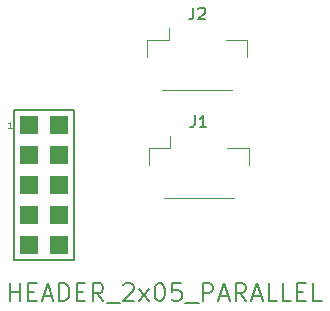
<source format=gbr>
%TF.GenerationSoftware,KiCad,Pcbnew,6.0.11+dfsg-1~bpo11+1*%
%TF.CreationDate,2023-05-28T01:43:01+00:00*%
%TF.ProjectId,GH4PIN01,47483450-494e-4303-912e-6b696361645f,rev?*%
%TF.SameCoordinates,Original*%
%TF.FileFunction,Legend,Top*%
%TF.FilePolarity,Positive*%
%FSLAX46Y46*%
G04 Gerber Fmt 4.6, Leading zero omitted, Abs format (unit mm)*
G04 Created by KiCad (PCBNEW 6.0.11+dfsg-1~bpo11+1) date 2023-05-28 01:43:01*
%MOMM*%
%LPD*%
G01*
G04 APERTURE LIST*
%ADD10C,0.150000*%
%ADD11C,0.050000*%
%ADD12C,0.120000*%
%ADD13R,1.524000X1.524000*%
G04 APERTURE END LIST*
D10*
%TO.C,J1*%
X20091666Y23937620D02*
X20091666Y23223334D01*
X20044047Y23080477D01*
X19948809Y22985239D01*
X19805952Y22937620D01*
X19710714Y22937620D01*
X21091666Y22937620D02*
X20520238Y22937620D01*
X20805952Y22937620D02*
X20805952Y23937620D01*
X20710714Y23794762D01*
X20615476Y23699524D01*
X20520238Y23651905D01*
%TO.C,J3*%
X4418857Y8211429D02*
X4418857Y9711429D01*
X4418857Y8997143D02*
X5276000Y8997143D01*
X5276000Y8211429D02*
X5276000Y9711429D01*
X5990285Y8997143D02*
X6490285Y8997143D01*
X6704571Y8211429D02*
X5990285Y8211429D01*
X5990285Y9711429D01*
X6704571Y9711429D01*
X7276000Y8640000D02*
X7990285Y8640000D01*
X7133142Y8211429D02*
X7633142Y9711429D01*
X8133142Y8211429D01*
X8633142Y8211429D02*
X8633142Y9711429D01*
X8990285Y9711429D01*
X9204571Y9640000D01*
X9347428Y9497143D01*
X9418857Y9354286D01*
X9490285Y9068572D01*
X9490285Y8854286D01*
X9418857Y8568572D01*
X9347428Y8425715D01*
X9204571Y8282858D01*
X8990285Y8211429D01*
X8633142Y8211429D01*
X10133142Y8997143D02*
X10633142Y8997143D01*
X10847428Y8211429D02*
X10133142Y8211429D01*
X10133142Y9711429D01*
X10847428Y9711429D01*
X12347428Y8211429D02*
X11847428Y8925715D01*
X11490285Y8211429D02*
X11490285Y9711429D01*
X12061714Y9711429D01*
X12204571Y9640000D01*
X12276000Y9568572D01*
X12347428Y9425715D01*
X12347428Y9211429D01*
X12276000Y9068572D01*
X12204571Y8997143D01*
X12061714Y8925715D01*
X11490285Y8925715D01*
X12633142Y8068572D02*
X13776000Y8068572D01*
X14061714Y9568572D02*
X14133142Y9640000D01*
X14276000Y9711429D01*
X14633142Y9711429D01*
X14776000Y9640000D01*
X14847428Y9568572D01*
X14918857Y9425715D01*
X14918857Y9282858D01*
X14847428Y9068572D01*
X13990285Y8211429D01*
X14918857Y8211429D01*
X15418857Y8211429D02*
X16204571Y9211429D01*
X15418857Y9211429D02*
X16204571Y8211429D01*
X17061714Y9711429D02*
X17204571Y9711429D01*
X17347428Y9640000D01*
X17418857Y9568572D01*
X17490285Y9425715D01*
X17561714Y9140000D01*
X17561714Y8782858D01*
X17490285Y8497143D01*
X17418857Y8354286D01*
X17347428Y8282858D01*
X17204571Y8211429D01*
X17061714Y8211429D01*
X16918857Y8282858D01*
X16847428Y8354286D01*
X16776000Y8497143D01*
X16704571Y8782858D01*
X16704571Y9140000D01*
X16776000Y9425715D01*
X16847428Y9568572D01*
X16918857Y9640000D01*
X17061714Y9711429D01*
X18918857Y9711429D02*
X18204571Y9711429D01*
X18133142Y8997143D01*
X18204571Y9068572D01*
X18347428Y9140000D01*
X18704571Y9140000D01*
X18847428Y9068572D01*
X18918857Y8997143D01*
X18990285Y8854286D01*
X18990285Y8497143D01*
X18918857Y8354286D01*
X18847428Y8282858D01*
X18704571Y8211429D01*
X18347428Y8211429D01*
X18204571Y8282858D01*
X18133142Y8354286D01*
X19276000Y8068572D02*
X20418857Y8068572D01*
X20776000Y8211429D02*
X20776000Y9711429D01*
X21347428Y9711429D01*
X21490285Y9640000D01*
X21561714Y9568572D01*
X21633142Y9425715D01*
X21633142Y9211429D01*
X21561714Y9068572D01*
X21490285Y8997143D01*
X21347428Y8925715D01*
X20776000Y8925715D01*
X22204571Y8640000D02*
X22918857Y8640000D01*
X22061714Y8211429D02*
X22561714Y9711429D01*
X23061714Y8211429D01*
X24418857Y8211429D02*
X23918857Y8925715D01*
X23561714Y8211429D02*
X23561714Y9711429D01*
X24133142Y9711429D01*
X24276000Y9640000D01*
X24347428Y9568572D01*
X24418857Y9425715D01*
X24418857Y9211429D01*
X24347428Y9068572D01*
X24276000Y8997143D01*
X24133142Y8925715D01*
X23561714Y8925715D01*
X24990285Y8640000D02*
X25704571Y8640000D01*
X24847428Y8211429D02*
X25347428Y9711429D01*
X25847428Y8211429D01*
X27061714Y8211429D02*
X26347428Y8211429D01*
X26347428Y9711429D01*
X28276000Y8211429D02*
X27561714Y8211429D01*
X27561714Y9711429D01*
X28776000Y8997143D02*
X29276000Y8997143D01*
X29490285Y8211429D02*
X28776000Y8211429D01*
X28776000Y9711429D01*
X29490285Y9711429D01*
X30847428Y8211429D02*
X30133142Y8211429D01*
X30133142Y9711429D01*
D11*
X4587857Y22887810D02*
X4302142Y22887810D01*
X4445000Y22887810D02*
X4445000Y23387810D01*
X4397380Y23316381D01*
X4349761Y23268762D01*
X4302142Y23244953D01*
D10*
%TO.C,J2*%
X19986666Y33047620D02*
X19986666Y32333334D01*
X19939047Y32190477D01*
X19843809Y32095239D01*
X19700952Y32047620D01*
X19605714Y32047620D01*
X20415238Y32952381D02*
X20462857Y33000000D01*
X20558095Y33047620D01*
X20796190Y33047620D01*
X20891428Y33000000D01*
X20939047Y32952381D01*
X20986666Y32857143D01*
X20986666Y32761905D01*
X20939047Y32619048D01*
X20367619Y32047620D01*
X20986666Y32047620D01*
D12*
%TO.C,J1*%
X24660000Y21200000D02*
X22860000Y21200000D01*
X17990000Y21200000D02*
X17990000Y22190000D01*
X24660000Y19750000D02*
X24660000Y21200000D01*
X16190000Y21200000D02*
X17990000Y21200000D01*
X17460000Y16930000D02*
X23390000Y16930000D01*
X16190000Y19750000D02*
X16190000Y21200000D01*
D10*
%TO.C,J3*%
X4826000Y24384000D02*
X9906000Y24384000D01*
X9906000Y11684000D02*
X4826000Y11684000D01*
X4826000Y11684000D02*
X4826000Y24384000D01*
X9906000Y24384000D02*
X9906000Y11684000D01*
D12*
%TO.C,J2*%
X17885000Y30310000D02*
X17885000Y31300000D01*
X24555000Y30310000D02*
X22755000Y30310000D01*
X16085000Y30310000D02*
X17885000Y30310000D01*
X17355000Y26040000D02*
X23285000Y26040000D01*
X16085000Y28860000D02*
X16085000Y30310000D01*
X24555000Y28860000D02*
X24555000Y30310000D01*
%TD*%
D13*
%TO.C,J3*%
X6096000Y23114000D03*
X8636000Y23114000D03*
X6096000Y20574000D03*
X8636000Y20574000D03*
X6096000Y18034000D03*
X8636000Y18034000D03*
X6096000Y15494000D03*
X8636000Y15494000D03*
X6096000Y12954000D03*
X8636000Y12954000D03*
%TD*%
M02*

</source>
